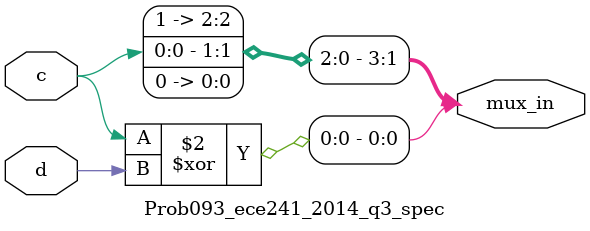
<source format=v>
module Prob093_ece241_2014_q3_spec(input [0:0] c, input [0:0] d, output [3:0] mux_in);
    wire n_d;
    
    // Not gate for d
    assign n_d = ~d;

    // mux_in[0] = c'd + cd' = c ^ d
    assign mux_in[0] = c ^ d;
    
    // mux_in[1] = 0
    assign mux_in[1] = 1'b0;
    
    // mux_in[2] = c
    assign mux_in[2] = c;

    // mux_in[3] = 1
    assign mux_in[3] = 1'b1;
endmodule

</source>
